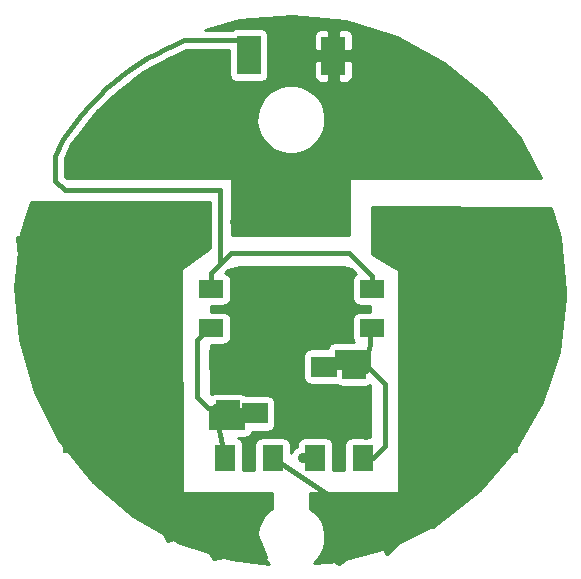
<source format=gtl>
%FSLAX34Y34*%
G04 Gerber Fmt 3.4, Leading zero omitted, Abs format*
G04 (created by PCBNEW (2014-jan-25)-product) date Wed 23 Sep 2015 02:14:26 PM EDT*
%MOIN*%
G01*
G70*
G90*
G04 APERTURE LIST*
%ADD10C,0.005906*%
%ADD11C,0.030000*%
%ADD12R,0.350000X0.420000*%
%ADD13R,0.120000X0.070000*%
%ADD14R,0.080000X0.130000*%
%ADD15R,0.170000X0.170000*%
%ADD16C,0.035000*%
%ADD17C,0.250000*%
%ADD18R,0.445000X0.094000*%
%ADD19R,0.086600X0.070900*%
%ADD20R,0.080000X0.060000*%
%ADD21R,0.070900X0.086600*%
%ADD22R,0.400000X0.094000*%
%ADD23C,0.016000*%
%ADD24C,0.032000*%
%ADD25C,0.024000*%
%ADD26C,0.010000*%
G04 APERTURE END LIST*
G54D10*
G54D11*
X33133Y-23403D03*
X33133Y-22203D03*
X33133Y-22603D03*
X33133Y-23003D03*
X33133Y-21803D03*
X33133Y-21403D03*
X33133Y-21003D03*
X32731Y-21000D03*
X32731Y-21400D03*
X32731Y-21800D03*
X32731Y-23000D03*
X32731Y-22600D03*
X32731Y-22200D03*
X32731Y-23400D03*
X30730Y-23400D03*
X32330Y-23400D03*
X31130Y-23400D03*
X31930Y-23400D03*
X31530Y-23400D03*
X30730Y-22200D03*
X32330Y-22200D03*
X31130Y-22200D03*
X31930Y-22200D03*
X31530Y-22200D03*
X31530Y-22600D03*
X31930Y-22600D03*
X31130Y-22600D03*
X32330Y-22600D03*
X30730Y-22600D03*
X31530Y-23000D03*
X31930Y-23000D03*
X31130Y-23000D03*
X32330Y-23000D03*
X30730Y-23000D03*
X30730Y-21800D03*
X32330Y-21800D03*
X31130Y-21800D03*
X31930Y-21800D03*
X31530Y-21800D03*
X30730Y-21400D03*
X32330Y-21400D03*
X31130Y-21400D03*
X31930Y-21400D03*
X31530Y-21400D03*
X31530Y-21000D03*
X31930Y-21000D03*
G54D12*
X31730Y-22200D03*
G54D13*
X27980Y-21200D03*
X27980Y-23200D03*
G54D11*
X31130Y-21000D03*
X32330Y-21000D03*
X30730Y-21000D03*
X18617Y-21000D03*
X18617Y-22200D03*
X18617Y-21800D03*
X18617Y-21400D03*
X18617Y-22600D03*
X18617Y-23000D03*
X18617Y-23400D03*
X19023Y-23400D03*
X19023Y-23000D03*
X19023Y-22600D03*
X19023Y-21400D03*
X19023Y-21800D03*
X19023Y-22200D03*
X19023Y-21000D03*
X21025Y-21000D03*
X19425Y-21000D03*
X20625Y-21000D03*
X19825Y-21000D03*
X20225Y-21000D03*
X21025Y-22200D03*
X19425Y-22200D03*
X20625Y-22200D03*
X19825Y-22200D03*
X20225Y-22200D03*
X20225Y-21800D03*
X19825Y-21800D03*
X20625Y-21800D03*
X19425Y-21800D03*
X21025Y-21800D03*
X20225Y-21400D03*
X19825Y-21400D03*
X20625Y-21400D03*
X19425Y-21400D03*
X21025Y-21400D03*
X21025Y-22600D03*
X19425Y-22600D03*
X20625Y-22600D03*
X19825Y-22600D03*
X20225Y-22600D03*
X21025Y-23000D03*
X19425Y-23000D03*
X20625Y-23000D03*
X19825Y-23000D03*
X20225Y-23000D03*
X20225Y-23400D03*
X19825Y-23400D03*
G54D12*
X20025Y-22200D03*
G54D13*
X23775Y-23200D03*
X23775Y-21200D03*
G54D11*
X20625Y-23400D03*
X19425Y-23400D03*
X21025Y-23400D03*
G54D14*
X27320Y-11070D03*
X24500Y-11050D03*
G54D15*
X26100Y-18900D03*
G54D16*
X25450Y-19550D03*
X25450Y-18250D03*
X26750Y-18250D03*
X26750Y-19550D03*
G54D17*
X33400Y-18900D03*
X18400Y-18900D03*
G54D18*
X21000Y-14290D03*
X21000Y-16910D03*
G54D19*
X24700Y-21410D03*
X24700Y-22990D03*
X27000Y-23010D03*
X27000Y-21430D03*
G54D20*
X28600Y-18850D03*
X28600Y-20150D03*
G54D21*
X28290Y-24475D03*
X26710Y-24475D03*
X23710Y-24470D03*
X25290Y-24470D03*
G54D20*
X23800Y-22850D03*
X23800Y-21550D03*
X28000Y-21550D03*
X28000Y-22850D03*
X23250Y-18850D03*
X23250Y-20150D03*
G54D18*
X30800Y-14290D03*
X30800Y-16910D03*
G54D22*
X25900Y-16600D03*
G54D16*
X24900Y-16600D03*
X24050Y-16600D03*
X26900Y-16600D03*
X27750Y-16600D03*
X28650Y-13500D03*
X29350Y-13500D03*
X30050Y-13500D03*
X30750Y-13500D03*
X31450Y-13500D03*
X32150Y-13500D03*
X32850Y-13500D03*
X23300Y-13500D03*
X22700Y-13500D03*
X22000Y-13500D03*
X21300Y-13500D03*
X20600Y-13500D03*
X19900Y-13500D03*
X19200Y-13500D03*
X28400Y-15000D03*
X33200Y-15000D03*
X32400Y-15000D03*
X31600Y-15000D03*
X30800Y-15000D03*
X30000Y-15000D03*
X29200Y-15000D03*
X18600Y-15000D03*
X23400Y-15000D03*
X22600Y-15000D03*
X21800Y-15000D03*
X21000Y-15000D03*
X20200Y-15000D03*
X19400Y-15000D03*
X23365Y-21950D03*
X24190Y-21950D03*
X24190Y-20855D03*
X23375Y-20860D03*
X27500Y-22450D03*
X28400Y-22450D03*
X28400Y-23700D03*
X27550Y-23700D03*
X26290Y-24480D03*
X17370Y-16150D03*
X18150Y-16150D03*
X18950Y-16150D03*
X19750Y-16150D03*
X20550Y-16150D03*
X21350Y-16150D03*
X22150Y-16150D03*
X23000Y-16100D03*
X17095Y-17315D03*
X16940Y-18350D03*
X16985Y-19560D03*
X17145Y-20595D03*
X17370Y-21500D03*
X17670Y-22340D03*
X18020Y-23150D03*
X18360Y-23820D03*
X18900Y-24480D03*
X19460Y-25090D03*
X20070Y-25690D03*
X20700Y-26205D03*
X21515Y-26640D03*
X22200Y-27075D03*
X23115Y-27435D03*
X23940Y-27660D03*
X24615Y-27570D03*
X24600Y-26700D03*
X24090Y-25860D03*
X25040Y-25840D03*
X23160Y-25875D03*
X22140Y-25770D03*
X22005Y-24735D03*
X22035Y-23805D03*
X22000Y-19690D03*
X21995Y-18780D03*
X22085Y-17890D03*
X22730Y-17550D03*
X23050Y-16870D03*
X30800Y-16910D03*
X28755Y-17025D03*
X29100Y-17760D03*
X29670Y-18195D03*
X29700Y-18900D03*
X29750Y-19775D03*
X29730Y-23710D03*
X29690Y-24740D03*
X29680Y-25750D03*
X28890Y-25780D03*
X28150Y-25790D03*
X27430Y-25800D03*
X26740Y-25820D03*
X27250Y-26680D03*
X27110Y-27700D03*
X28110Y-27510D03*
X28960Y-27290D03*
X29790Y-26940D03*
X30510Y-26550D03*
X31180Y-26110D03*
X31810Y-25600D03*
X32460Y-25000D03*
X33080Y-24270D03*
X29500Y-16270D03*
X30300Y-16270D03*
X31100Y-16270D03*
X31900Y-16270D03*
X32700Y-16270D03*
X33500Y-16270D03*
X34300Y-16270D03*
X34620Y-17060D03*
X34810Y-17910D03*
X34840Y-18840D03*
X34740Y-19950D03*
X34570Y-20940D03*
X34270Y-21860D03*
X33960Y-22710D03*
X33600Y-23530D03*
X28760Y-16270D03*
G54D23*
X30050Y-13500D02*
X29350Y-13500D01*
X31450Y-13500D02*
X30750Y-13500D01*
X32850Y-13500D02*
X32150Y-13500D01*
X22000Y-13500D02*
X22700Y-13500D01*
X20600Y-13500D02*
X21300Y-13500D01*
X19200Y-13500D02*
X19900Y-13500D01*
X21000Y-14290D02*
X21000Y-13800D01*
X21000Y-13800D02*
X21300Y-13500D01*
X30800Y-14290D02*
X30800Y-13550D01*
X30800Y-13550D02*
X30750Y-13500D01*
X30800Y-15000D02*
X30800Y-14290D01*
X21000Y-15000D02*
X21000Y-14290D01*
X33200Y-15000D02*
X32400Y-15000D01*
X30800Y-15000D02*
X31600Y-15000D01*
X29200Y-15000D02*
X30000Y-15000D01*
X21800Y-15000D02*
X22600Y-15000D01*
X20200Y-15000D02*
X21000Y-15000D01*
X19400Y-15000D02*
X18600Y-15000D01*
X23375Y-20860D02*
X23365Y-21950D01*
X23415Y-21100D02*
X23415Y-21200D01*
X24190Y-21950D02*
X23365Y-21950D01*
X23415Y-21100D02*
X24190Y-20855D01*
X28300Y-23190D02*
X28300Y-23240D01*
X28400Y-23700D02*
X28400Y-22450D01*
X28300Y-23240D02*
X27550Y-23700D01*
X28290Y-24475D02*
X28625Y-24475D01*
X28625Y-24475D02*
X29025Y-24075D01*
X28550Y-20700D02*
X28550Y-20175D01*
X28400Y-21140D02*
X28550Y-20700D01*
X28400Y-21540D02*
X28400Y-21140D01*
X28550Y-20175D02*
X28600Y-20150D01*
G54D24*
X28300Y-21190D02*
X27560Y-21210D01*
X27560Y-21210D02*
X27050Y-21430D01*
G54D23*
X27560Y-21210D02*
X27050Y-21430D01*
X29025Y-24075D02*
X29025Y-22025D01*
X28350Y-21490D02*
X28000Y-21190D01*
X28500Y-21490D02*
X28350Y-21490D01*
X29025Y-22025D02*
X28500Y-21490D01*
G54D25*
X28000Y-21190D02*
X28000Y-21140D01*
X28000Y-21140D02*
X28400Y-21540D01*
G54D23*
X28400Y-21540D02*
X28300Y-21190D01*
X23710Y-24470D02*
X23425Y-23230D01*
X23425Y-23230D02*
X23455Y-23200D01*
X23455Y-23200D02*
X23790Y-23200D01*
X23250Y-20150D02*
X23175Y-20150D01*
X23900Y-22800D02*
X23515Y-22850D01*
X23125Y-22800D02*
X23900Y-22800D01*
X22775Y-22450D02*
X23125Y-22800D01*
X22775Y-20550D02*
X22775Y-22450D01*
X23175Y-20150D02*
X22775Y-20550D01*
G54D24*
X23415Y-23200D02*
X23455Y-23200D01*
X23415Y-23200D02*
X23415Y-22850D01*
X23415Y-22850D02*
X23555Y-22990D01*
X23555Y-22990D02*
X24750Y-22990D01*
X23665Y-22990D02*
X23915Y-22990D01*
X23915Y-22990D02*
X24750Y-22990D01*
X23455Y-23200D02*
X23665Y-22990D01*
G54D23*
X23200Y-15550D02*
X23550Y-15550D01*
X23550Y-15870D02*
X23550Y-18000D01*
X23550Y-15550D02*
X23550Y-15870D01*
X24000Y-10550D02*
X24520Y-10560D01*
X22350Y-10550D02*
X24000Y-10550D01*
X22000Y-10700D02*
X22350Y-10550D01*
X21700Y-10850D02*
X22000Y-10700D01*
X21400Y-11000D02*
X21700Y-10850D01*
X21100Y-11150D02*
X21400Y-11000D01*
X20800Y-11350D02*
X21100Y-11150D01*
X20500Y-11550D02*
X20800Y-11350D01*
X20250Y-11750D02*
X20500Y-11550D01*
X20000Y-11950D02*
X20250Y-11750D01*
X19750Y-12150D02*
X20000Y-11950D01*
X19500Y-12400D02*
X19750Y-12150D01*
X19200Y-12700D02*
X19500Y-12400D01*
X18900Y-13050D02*
X19200Y-12700D01*
X18600Y-13450D02*
X18900Y-13050D01*
X18300Y-13850D02*
X18600Y-13450D01*
X18050Y-14400D02*
X18300Y-13850D01*
X18050Y-15230D02*
X18050Y-14400D01*
X18370Y-15550D02*
X18050Y-15230D01*
X23230Y-15550D02*
X23200Y-15550D01*
X23200Y-15550D02*
X18370Y-15550D01*
X28600Y-18850D02*
X28600Y-18400D01*
X23900Y-17650D02*
X23550Y-18000D01*
X27850Y-17650D02*
X23900Y-17650D01*
X28600Y-18400D02*
X27850Y-17650D01*
X23250Y-18300D02*
X23250Y-18850D01*
X23550Y-18000D02*
X23250Y-18300D01*
X26710Y-24475D02*
X26295Y-24475D01*
X26295Y-24475D02*
X26290Y-24480D01*
X19965Y-22200D02*
X19965Y-20750D01*
X19965Y-20750D02*
X18400Y-18900D01*
X26710Y-24475D02*
X26710Y-24435D01*
X19940Y-22175D02*
X19965Y-22200D01*
X21665Y-23900D02*
X19940Y-22175D01*
X17370Y-16150D02*
X17270Y-16250D01*
X21000Y-16910D02*
X22290Y-16910D01*
X18950Y-16150D02*
X18150Y-16150D01*
X20550Y-16150D02*
X19750Y-16150D01*
X22150Y-16150D02*
X21350Y-16150D01*
X22290Y-16910D02*
X23000Y-16100D01*
X18400Y-18900D02*
X19010Y-18900D01*
X19010Y-18900D02*
X21000Y-16910D01*
X23010Y-16910D02*
X21000Y-16910D01*
X17095Y-17315D02*
X16815Y-17130D01*
X16815Y-17130D02*
X16940Y-18350D01*
X16985Y-19560D02*
X17090Y-19665D01*
X17090Y-19665D02*
X17145Y-20595D01*
X17370Y-21500D02*
X17475Y-21915D01*
X17475Y-21915D02*
X17670Y-22340D01*
X18020Y-23150D02*
X18250Y-23590D01*
X18250Y-23590D02*
X18360Y-23820D01*
X18900Y-24480D02*
X19460Y-25040D01*
X19460Y-25040D02*
X19460Y-25090D01*
X20070Y-25690D02*
X20530Y-26205D01*
X20530Y-26205D02*
X20700Y-26205D01*
X21515Y-26640D02*
X21790Y-27220D01*
X21790Y-27220D02*
X22200Y-27075D01*
X23115Y-27435D02*
X23350Y-27800D01*
X23350Y-27800D02*
X23940Y-27660D01*
X24615Y-27570D02*
X25030Y-27790D01*
X25030Y-27790D02*
X24600Y-26700D01*
X24090Y-25860D02*
X25040Y-25840D01*
X23160Y-25875D02*
X22140Y-25770D01*
X22005Y-24735D02*
X21965Y-24695D01*
X21965Y-24695D02*
X22035Y-23805D01*
X22000Y-19690D02*
X21995Y-19685D01*
X21995Y-19685D02*
X21995Y-18780D01*
X22085Y-17890D02*
X22425Y-17550D01*
X22425Y-17550D02*
X22730Y-17550D01*
X23050Y-16870D02*
X23010Y-16910D01*
X31730Y-22200D02*
X31730Y-21620D01*
X31730Y-21620D02*
X29750Y-19775D01*
X28870Y-16910D02*
X30800Y-16910D01*
X28755Y-17025D02*
X28870Y-16910D01*
X29235Y-17760D02*
X29100Y-17760D01*
X29670Y-18195D02*
X29235Y-17760D01*
X29735Y-19760D02*
X29700Y-18900D01*
X29750Y-19775D02*
X29735Y-19760D01*
X29690Y-24740D02*
X29730Y-23710D01*
X28890Y-25780D02*
X29680Y-25750D01*
X27475Y-25755D02*
X28150Y-25790D01*
X27430Y-25800D02*
X27475Y-25755D01*
X27235Y-26665D02*
X26740Y-25820D01*
X27250Y-26680D02*
X27235Y-26665D01*
X27495Y-27960D02*
X27110Y-27700D01*
X28110Y-27510D02*
X27495Y-27960D01*
X29100Y-27630D02*
X28960Y-27290D01*
X29790Y-26940D02*
X29100Y-27630D01*
X30650Y-26750D02*
X30510Y-26550D01*
X31180Y-26110D02*
X30650Y-26750D01*
X31850Y-25600D02*
X31810Y-25600D01*
X32460Y-25000D02*
X31850Y-25600D01*
X33200Y-24155D02*
X33080Y-24270D01*
X29500Y-16270D02*
X30300Y-16270D01*
X31100Y-16270D02*
X31900Y-16270D01*
X32700Y-16270D02*
X33500Y-16270D01*
X34300Y-16270D02*
X34620Y-16980D01*
X34620Y-16980D02*
X34620Y-17060D01*
X34810Y-17910D02*
X34855Y-17955D01*
X34855Y-17955D02*
X34840Y-18840D01*
X34740Y-19950D02*
X34800Y-20055D01*
X34800Y-20055D02*
X34570Y-20940D01*
X34270Y-21860D02*
X33990Y-22375D01*
X33990Y-22375D02*
X33960Y-22710D01*
X33200Y-24155D02*
X33600Y-23530D01*
X25290Y-24470D02*
X25290Y-24480D01*
X25290Y-24480D02*
X27315Y-25805D01*
X31775Y-22165D02*
X31750Y-22190D01*
X31775Y-22715D02*
X31775Y-22165D01*
X31750Y-20840D02*
X33400Y-18900D01*
X31750Y-22540D02*
X31750Y-20840D01*
X25290Y-24675D02*
X25290Y-24690D01*
X32790Y-18900D02*
X31000Y-17110D01*
X33400Y-18900D02*
X32790Y-18900D01*
X31000Y-16710D02*
X30800Y-16910D01*
X30800Y-16910D02*
X31410Y-16910D01*
X31730Y-22905D02*
X33080Y-24270D01*
X31730Y-22200D02*
X31730Y-22905D01*
X30800Y-16570D02*
X31100Y-16270D01*
X30800Y-16910D02*
X30800Y-16570D01*
G54D10*
G36*
X25260Y-26167D02*
X25180Y-26219D01*
X25019Y-26377D01*
X24892Y-26563D01*
X24803Y-26770D01*
X24756Y-26991D01*
X24753Y-27216D01*
X24794Y-27438D01*
X24877Y-27648D01*
X24999Y-27837D01*
X25156Y-28000D01*
X25156Y-28000D01*
X23917Y-27852D01*
X22215Y-27299D01*
X20652Y-26426D01*
X19290Y-25266D01*
X18178Y-23864D01*
X17360Y-22272D01*
X16867Y-20552D01*
X16717Y-18768D01*
X16917Y-16990D01*
X17247Y-15950D01*
X23200Y-15950D01*
X23200Y-17474D01*
X22249Y-18174D01*
X22260Y-25640D01*
X25260Y-25640D01*
X25260Y-26167D01*
X25260Y-26167D01*
G37*
G54D26*
X25260Y-26167D02*
X25180Y-26219D01*
X25019Y-26377D01*
X24892Y-26563D01*
X24803Y-26770D01*
X24756Y-26991D01*
X24753Y-27216D01*
X24794Y-27438D01*
X24877Y-27648D01*
X24999Y-27837D01*
X25156Y-28000D01*
X25156Y-28000D01*
X23917Y-27852D01*
X22215Y-27299D01*
X20652Y-26426D01*
X19290Y-25266D01*
X18178Y-23864D01*
X17360Y-22272D01*
X16867Y-20552D01*
X16717Y-18768D01*
X16917Y-16990D01*
X17247Y-15950D01*
X23200Y-15950D01*
X23200Y-17474D01*
X22249Y-18174D01*
X22260Y-25640D01*
X25260Y-25640D01*
X25260Y-26167D01*
G54D10*
G36*
X35055Y-18897D02*
X35051Y-19153D01*
X34827Y-20928D01*
X34262Y-22626D01*
X33378Y-24182D01*
X32209Y-25537D01*
X30799Y-26638D01*
X29201Y-27445D01*
X27478Y-27926D01*
X26659Y-27990D01*
X26779Y-27875D01*
X26909Y-27690D01*
X27001Y-27484D01*
X27051Y-27264D01*
X27055Y-27007D01*
X27011Y-26786D01*
X26925Y-26577D01*
X26800Y-26389D01*
X26641Y-26229D01*
X26540Y-26161D01*
X26540Y-25640D01*
X29500Y-25640D01*
X29500Y-18221D01*
X28600Y-17671D01*
X28600Y-16100D01*
X34586Y-16141D01*
X34880Y-17116D01*
X35055Y-18897D01*
X35055Y-18897D01*
G37*
G54D26*
X35055Y-18897D02*
X35051Y-19153D01*
X34827Y-20928D01*
X34262Y-22626D01*
X33378Y-24182D01*
X32209Y-25537D01*
X30799Y-26638D01*
X29201Y-27445D01*
X27478Y-27926D01*
X26659Y-27990D01*
X26779Y-27875D01*
X26909Y-27690D01*
X27001Y-27484D01*
X27051Y-27264D01*
X27055Y-27007D01*
X27011Y-26786D01*
X26925Y-26577D01*
X26800Y-26389D01*
X26641Y-26229D01*
X26540Y-26161D01*
X26540Y-25640D01*
X29500Y-25640D01*
X29500Y-18221D01*
X28600Y-17671D01*
X28600Y-16100D01*
X34586Y-16141D01*
X34880Y-17116D01*
X35055Y-18897D01*
G54D10*
G36*
X34228Y-15150D02*
X27970Y-15150D01*
X27970Y-11744D01*
X27970Y-11695D01*
X27970Y-11282D01*
X27970Y-10857D01*
X27970Y-10444D01*
X27970Y-10395D01*
X27960Y-10347D01*
X27941Y-10301D01*
X27914Y-10260D01*
X27879Y-10225D01*
X27838Y-10198D01*
X27792Y-10179D01*
X27744Y-10170D01*
X27532Y-10170D01*
X27470Y-10232D01*
X27470Y-10920D01*
X27907Y-10920D01*
X27970Y-10857D01*
X27970Y-11282D01*
X27907Y-11220D01*
X27470Y-11220D01*
X27470Y-11907D01*
X27532Y-11970D01*
X27744Y-11970D01*
X27792Y-11960D01*
X27838Y-11941D01*
X27879Y-11914D01*
X27914Y-11879D01*
X27941Y-11838D01*
X27960Y-11792D01*
X27970Y-11744D01*
X27970Y-15150D01*
X27850Y-15150D01*
X27850Y-17050D01*
X27170Y-17050D01*
X27170Y-11907D01*
X27170Y-11220D01*
X27170Y-10920D01*
X27170Y-10232D01*
X27107Y-10170D01*
X26895Y-10170D01*
X26847Y-10179D01*
X26801Y-10198D01*
X26760Y-10225D01*
X26725Y-10260D01*
X26698Y-10301D01*
X26679Y-10347D01*
X26670Y-10395D01*
X26670Y-10444D01*
X26670Y-10857D01*
X26732Y-10920D01*
X27170Y-10920D01*
X27170Y-11220D01*
X26732Y-11220D01*
X26670Y-11282D01*
X26670Y-11695D01*
X26670Y-11744D01*
X26679Y-11792D01*
X26698Y-11838D01*
X26725Y-11879D01*
X26760Y-11914D01*
X26801Y-11941D01*
X26847Y-11960D01*
X26895Y-11970D01*
X27107Y-11970D01*
X27170Y-11907D01*
X27170Y-17050D01*
X27055Y-17050D01*
X27055Y-13072D01*
X27011Y-12851D01*
X26925Y-12642D01*
X26800Y-12454D01*
X26641Y-12294D01*
X26454Y-12168D01*
X26246Y-12081D01*
X26025Y-12035D01*
X25800Y-12034D01*
X25578Y-12076D01*
X25369Y-12160D01*
X25180Y-12284D01*
X25019Y-12442D01*
X24892Y-12628D01*
X24803Y-12835D01*
X24756Y-13056D01*
X24753Y-13281D01*
X24794Y-13503D01*
X24877Y-13713D01*
X24999Y-13902D01*
X25156Y-14065D01*
X25341Y-14193D01*
X25547Y-14284D01*
X25768Y-14332D01*
X25993Y-14337D01*
X26215Y-14297D01*
X26426Y-14216D01*
X26616Y-14095D01*
X26779Y-13940D01*
X26909Y-13755D01*
X27001Y-13549D01*
X27051Y-13329D01*
X27055Y-13072D01*
X27055Y-17050D01*
X23950Y-17050D01*
X23950Y-15150D01*
X18436Y-15150D01*
X18380Y-15093D01*
X18380Y-14471D01*
X18585Y-14019D01*
X18864Y-13648D01*
X19157Y-13256D01*
X19442Y-12924D01*
X19733Y-12633D01*
X19970Y-12396D01*
X20206Y-12207D01*
X20206Y-12207D01*
X20206Y-12207D01*
X20456Y-12007D01*
X20456Y-12007D01*
X20456Y-12007D01*
X20694Y-11816D01*
X20983Y-11624D01*
X21265Y-11435D01*
X21547Y-11295D01*
X21547Y-11295D01*
X21547Y-11295D01*
X21847Y-11145D01*
X21847Y-11145D01*
X21847Y-11145D01*
X22138Y-10999D01*
X22417Y-10880D01*
X23850Y-10880D01*
X23850Y-11724D01*
X23859Y-11772D01*
X23878Y-11818D01*
X23905Y-11859D01*
X23940Y-11894D01*
X23981Y-11921D01*
X24027Y-11940D01*
X24075Y-11950D01*
X24124Y-11950D01*
X24924Y-11950D01*
X24972Y-11940D01*
X25018Y-11921D01*
X25059Y-11894D01*
X25094Y-11859D01*
X25121Y-11818D01*
X25140Y-11772D01*
X25150Y-11724D01*
X25150Y-11675D01*
X25150Y-10375D01*
X25140Y-10327D01*
X25121Y-10281D01*
X25094Y-10240D01*
X25059Y-10205D01*
X25018Y-10178D01*
X24972Y-10159D01*
X24924Y-10150D01*
X24875Y-10150D01*
X24075Y-10150D01*
X24027Y-10159D01*
X23981Y-10178D01*
X23940Y-10205D01*
X23926Y-10220D01*
X23047Y-10220D01*
X24167Y-9890D01*
X25950Y-9727D01*
X27729Y-9914D01*
X29439Y-10444D01*
X31013Y-11295D01*
X32392Y-12436D01*
X33523Y-13822D01*
X34228Y-15150D01*
X34228Y-15150D01*
G37*
G54D26*
X34228Y-15150D02*
X27970Y-15150D01*
X27970Y-11744D01*
X27970Y-11695D01*
X27970Y-11282D01*
X27970Y-10857D01*
X27970Y-10444D01*
X27970Y-10395D01*
X27960Y-10347D01*
X27941Y-10301D01*
X27914Y-10260D01*
X27879Y-10225D01*
X27838Y-10198D01*
X27792Y-10179D01*
X27744Y-10170D01*
X27532Y-10170D01*
X27470Y-10232D01*
X27470Y-10920D01*
X27907Y-10920D01*
X27970Y-10857D01*
X27970Y-11282D01*
X27907Y-11220D01*
X27470Y-11220D01*
X27470Y-11907D01*
X27532Y-11970D01*
X27744Y-11970D01*
X27792Y-11960D01*
X27838Y-11941D01*
X27879Y-11914D01*
X27914Y-11879D01*
X27941Y-11838D01*
X27960Y-11792D01*
X27970Y-11744D01*
X27970Y-15150D01*
X27850Y-15150D01*
X27850Y-17050D01*
X27170Y-17050D01*
X27170Y-11907D01*
X27170Y-11220D01*
X27170Y-10920D01*
X27170Y-10232D01*
X27107Y-10170D01*
X26895Y-10170D01*
X26847Y-10179D01*
X26801Y-10198D01*
X26760Y-10225D01*
X26725Y-10260D01*
X26698Y-10301D01*
X26679Y-10347D01*
X26670Y-10395D01*
X26670Y-10444D01*
X26670Y-10857D01*
X26732Y-10920D01*
X27170Y-10920D01*
X27170Y-11220D01*
X26732Y-11220D01*
X26670Y-11282D01*
X26670Y-11695D01*
X26670Y-11744D01*
X26679Y-11792D01*
X26698Y-11838D01*
X26725Y-11879D01*
X26760Y-11914D01*
X26801Y-11941D01*
X26847Y-11960D01*
X26895Y-11970D01*
X27107Y-11970D01*
X27170Y-11907D01*
X27170Y-17050D01*
X27055Y-17050D01*
X27055Y-13072D01*
X27011Y-12851D01*
X26925Y-12642D01*
X26800Y-12454D01*
X26641Y-12294D01*
X26454Y-12168D01*
X26246Y-12081D01*
X26025Y-12035D01*
X25800Y-12034D01*
X25578Y-12076D01*
X25369Y-12160D01*
X25180Y-12284D01*
X25019Y-12442D01*
X24892Y-12628D01*
X24803Y-12835D01*
X24756Y-13056D01*
X24753Y-13281D01*
X24794Y-13503D01*
X24877Y-13713D01*
X24999Y-13902D01*
X25156Y-14065D01*
X25341Y-14193D01*
X25547Y-14284D01*
X25768Y-14332D01*
X25993Y-14337D01*
X26215Y-14297D01*
X26426Y-14216D01*
X26616Y-14095D01*
X26779Y-13940D01*
X26909Y-13755D01*
X27001Y-13549D01*
X27051Y-13329D01*
X27055Y-13072D01*
X27055Y-17050D01*
X23950Y-17050D01*
X23950Y-15150D01*
X18436Y-15150D01*
X18380Y-15093D01*
X18380Y-14471D01*
X18585Y-14019D01*
X18864Y-13648D01*
X19157Y-13256D01*
X19442Y-12924D01*
X19733Y-12633D01*
X19970Y-12396D01*
X20206Y-12207D01*
X20206Y-12207D01*
X20206Y-12207D01*
X20456Y-12007D01*
X20456Y-12007D01*
X20456Y-12007D01*
X20694Y-11816D01*
X20983Y-11624D01*
X21265Y-11435D01*
X21547Y-11295D01*
X21547Y-11295D01*
X21547Y-11295D01*
X21847Y-11145D01*
X21847Y-11145D01*
X21847Y-11145D01*
X22138Y-10999D01*
X22417Y-10880D01*
X23850Y-10880D01*
X23850Y-11724D01*
X23859Y-11772D01*
X23878Y-11818D01*
X23905Y-11859D01*
X23940Y-11894D01*
X23981Y-11921D01*
X24027Y-11940D01*
X24075Y-11950D01*
X24124Y-11950D01*
X24924Y-11950D01*
X24972Y-11940D01*
X25018Y-11921D01*
X25059Y-11894D01*
X25094Y-11859D01*
X25121Y-11818D01*
X25140Y-11772D01*
X25150Y-11724D01*
X25150Y-11675D01*
X25150Y-10375D01*
X25140Y-10327D01*
X25121Y-10281D01*
X25094Y-10240D01*
X25059Y-10205D01*
X25018Y-10178D01*
X24972Y-10159D01*
X24924Y-10150D01*
X24875Y-10150D01*
X24075Y-10150D01*
X24027Y-10159D01*
X23981Y-10178D01*
X23940Y-10205D01*
X23926Y-10220D01*
X23047Y-10220D01*
X24167Y-9890D01*
X25950Y-9727D01*
X27729Y-9914D01*
X29439Y-10444D01*
X31013Y-11295D01*
X32392Y-12436D01*
X33523Y-13822D01*
X34228Y-15150D01*
G54D10*
G36*
X28547Y-19400D02*
X28547Y-19600D01*
X28175Y-19600D01*
X28127Y-19609D01*
X28081Y-19628D01*
X28040Y-19655D01*
X28005Y-19690D01*
X27978Y-19731D01*
X27959Y-19777D01*
X27950Y-19825D01*
X27950Y-19874D01*
X27950Y-20474D01*
X27959Y-20522D01*
X27978Y-20568D01*
X27999Y-20600D01*
X27355Y-20600D01*
X27307Y-20609D01*
X27261Y-20628D01*
X27220Y-20655D01*
X27185Y-20690D01*
X27158Y-20731D01*
X27139Y-20777D01*
X27130Y-20825D01*
X27130Y-20825D01*
X26542Y-20825D01*
X26494Y-20835D01*
X26448Y-20853D01*
X26407Y-20881D01*
X26372Y-20916D01*
X26345Y-20957D01*
X26326Y-21002D01*
X26317Y-21050D01*
X26317Y-21100D01*
X26317Y-21809D01*
X26326Y-21857D01*
X26345Y-21902D01*
X26372Y-21943D01*
X26407Y-21978D01*
X26448Y-22006D01*
X26494Y-22024D01*
X26542Y-22034D01*
X26591Y-22034D01*
X27430Y-22034D01*
X27440Y-22044D01*
X27481Y-22071D01*
X27527Y-22090D01*
X27575Y-22100D01*
X27624Y-22100D01*
X28424Y-22100D01*
X28472Y-22090D01*
X28518Y-22071D01*
X28541Y-22056D01*
X28537Y-23792D01*
X27910Y-23792D01*
X27862Y-23801D01*
X27817Y-23820D01*
X27776Y-23847D01*
X27741Y-23882D01*
X27713Y-23923D01*
X27695Y-23969D01*
X27685Y-24017D01*
X27685Y-24066D01*
X27685Y-24860D01*
X27314Y-24860D01*
X27314Y-24017D01*
X27304Y-23969D01*
X27286Y-23923D01*
X27258Y-23882D01*
X27223Y-23847D01*
X27182Y-23820D01*
X27137Y-23801D01*
X27089Y-23792D01*
X27039Y-23792D01*
X26330Y-23792D01*
X26282Y-23801D01*
X26237Y-23820D01*
X26196Y-23847D01*
X26161Y-23882D01*
X26133Y-23923D01*
X26115Y-23969D01*
X26105Y-24017D01*
X26105Y-24066D01*
X26105Y-24096D01*
X26092Y-24101D01*
X26022Y-24147D01*
X25962Y-24205D01*
X25915Y-24274D01*
X25894Y-24323D01*
X25894Y-24012D01*
X25884Y-23964D01*
X25866Y-23918D01*
X25838Y-23877D01*
X25803Y-23842D01*
X25762Y-23815D01*
X25717Y-23796D01*
X25669Y-23787D01*
X25619Y-23787D01*
X24910Y-23787D01*
X24862Y-23796D01*
X24817Y-23815D01*
X24776Y-23842D01*
X24741Y-23877D01*
X24713Y-23918D01*
X24695Y-23964D01*
X24685Y-24012D01*
X24685Y-24061D01*
X24685Y-24860D01*
X24314Y-24860D01*
X24314Y-24012D01*
X24304Y-23964D01*
X24286Y-23918D01*
X24258Y-23877D01*
X24223Y-23842D01*
X24182Y-23815D01*
X24145Y-23800D01*
X24399Y-23800D01*
X24447Y-23790D01*
X24493Y-23771D01*
X24534Y-23744D01*
X24569Y-23709D01*
X24596Y-23668D01*
X24615Y-23622D01*
X24621Y-23594D01*
X25157Y-23594D01*
X25205Y-23584D01*
X25251Y-23566D01*
X25292Y-23538D01*
X25327Y-23503D01*
X25354Y-23462D01*
X25373Y-23417D01*
X25383Y-23369D01*
X25383Y-23319D01*
X25383Y-22610D01*
X25373Y-22562D01*
X25354Y-22517D01*
X25327Y-22476D01*
X25292Y-22441D01*
X25251Y-22413D01*
X25205Y-22395D01*
X25157Y-22385D01*
X25108Y-22385D01*
X24389Y-22385D01*
X24359Y-22355D01*
X24318Y-22328D01*
X24272Y-22309D01*
X24224Y-22300D01*
X24175Y-22300D01*
X23375Y-22300D01*
X23327Y-22309D01*
X23281Y-22328D01*
X23240Y-22355D01*
X23244Y-20700D01*
X23674Y-20700D01*
X23722Y-20690D01*
X23768Y-20671D01*
X23809Y-20644D01*
X23844Y-20609D01*
X23871Y-20568D01*
X23890Y-20522D01*
X23900Y-20474D01*
X23900Y-20425D01*
X23900Y-19825D01*
X23890Y-19777D01*
X23871Y-19731D01*
X23844Y-19690D01*
X23809Y-19655D01*
X23768Y-19628D01*
X23722Y-19609D01*
X23674Y-19600D01*
X23625Y-19600D01*
X23247Y-19600D01*
X23247Y-19400D01*
X23674Y-19400D01*
X23722Y-19390D01*
X23768Y-19371D01*
X23809Y-19344D01*
X23844Y-19309D01*
X23871Y-19268D01*
X23890Y-19222D01*
X23900Y-19174D01*
X23900Y-19125D01*
X23900Y-18525D01*
X23890Y-18477D01*
X23871Y-18431D01*
X23844Y-18390D01*
X23809Y-18355D01*
X23768Y-18328D01*
X23722Y-18309D01*
X23709Y-18306D01*
X23783Y-18233D01*
X23792Y-18224D01*
X24207Y-18100D01*
X27643Y-18100D01*
X27901Y-18167D01*
X28069Y-18336D01*
X28040Y-18355D01*
X28005Y-18390D01*
X27978Y-18431D01*
X27959Y-18477D01*
X27950Y-18525D01*
X27950Y-18574D01*
X27950Y-19174D01*
X27959Y-19222D01*
X27978Y-19268D01*
X28005Y-19309D01*
X28040Y-19344D01*
X28081Y-19371D01*
X28127Y-19390D01*
X28175Y-19400D01*
X28224Y-19400D01*
X28547Y-19400D01*
X28547Y-19400D01*
G37*
G54D26*
X28547Y-19400D02*
X28547Y-19600D01*
X28175Y-19600D01*
X28127Y-19609D01*
X28081Y-19628D01*
X28040Y-19655D01*
X28005Y-19690D01*
X27978Y-19731D01*
X27959Y-19777D01*
X27950Y-19825D01*
X27950Y-19874D01*
X27950Y-20474D01*
X27959Y-20522D01*
X27978Y-20568D01*
X27999Y-20600D01*
X27355Y-20600D01*
X27307Y-20609D01*
X27261Y-20628D01*
X27220Y-20655D01*
X27185Y-20690D01*
X27158Y-20731D01*
X27139Y-20777D01*
X27130Y-20825D01*
X27130Y-20825D01*
X26542Y-20825D01*
X26494Y-20835D01*
X26448Y-20853D01*
X26407Y-20881D01*
X26372Y-20916D01*
X26345Y-20957D01*
X26326Y-21002D01*
X26317Y-21050D01*
X26317Y-21100D01*
X26317Y-21809D01*
X26326Y-21857D01*
X26345Y-21902D01*
X26372Y-21943D01*
X26407Y-21978D01*
X26448Y-22006D01*
X26494Y-22024D01*
X26542Y-22034D01*
X26591Y-22034D01*
X27430Y-22034D01*
X27440Y-22044D01*
X27481Y-22071D01*
X27527Y-22090D01*
X27575Y-22100D01*
X27624Y-22100D01*
X28424Y-22100D01*
X28472Y-22090D01*
X28518Y-22071D01*
X28541Y-22056D01*
X28537Y-23792D01*
X27910Y-23792D01*
X27862Y-23801D01*
X27817Y-23820D01*
X27776Y-23847D01*
X27741Y-23882D01*
X27713Y-23923D01*
X27695Y-23969D01*
X27685Y-24017D01*
X27685Y-24066D01*
X27685Y-24860D01*
X27314Y-24860D01*
X27314Y-24017D01*
X27304Y-23969D01*
X27286Y-23923D01*
X27258Y-23882D01*
X27223Y-23847D01*
X27182Y-23820D01*
X27137Y-23801D01*
X27089Y-23792D01*
X27039Y-23792D01*
X26330Y-23792D01*
X26282Y-23801D01*
X26237Y-23820D01*
X26196Y-23847D01*
X26161Y-23882D01*
X26133Y-23923D01*
X26115Y-23969D01*
X26105Y-24017D01*
X26105Y-24066D01*
X26105Y-24096D01*
X26092Y-24101D01*
X26022Y-24147D01*
X25962Y-24205D01*
X25915Y-24274D01*
X25894Y-24323D01*
X25894Y-24012D01*
X25884Y-23964D01*
X25866Y-23918D01*
X25838Y-23877D01*
X25803Y-23842D01*
X25762Y-23815D01*
X25717Y-23796D01*
X25669Y-23787D01*
X25619Y-23787D01*
X24910Y-23787D01*
X24862Y-23796D01*
X24817Y-23815D01*
X24776Y-23842D01*
X24741Y-23877D01*
X24713Y-23918D01*
X24695Y-23964D01*
X24685Y-24012D01*
X24685Y-24061D01*
X24685Y-24860D01*
X24314Y-24860D01*
X24314Y-24012D01*
X24304Y-23964D01*
X24286Y-23918D01*
X24258Y-23877D01*
X24223Y-23842D01*
X24182Y-23815D01*
X24145Y-23800D01*
X24399Y-23800D01*
X24447Y-23790D01*
X24493Y-23771D01*
X24534Y-23744D01*
X24569Y-23709D01*
X24596Y-23668D01*
X24615Y-23622D01*
X24621Y-23594D01*
X25157Y-23594D01*
X25205Y-23584D01*
X25251Y-23566D01*
X25292Y-23538D01*
X25327Y-23503D01*
X25354Y-23462D01*
X25373Y-23417D01*
X25383Y-23369D01*
X25383Y-23319D01*
X25383Y-22610D01*
X25373Y-22562D01*
X25354Y-22517D01*
X25327Y-22476D01*
X25292Y-22441D01*
X25251Y-22413D01*
X25205Y-22395D01*
X25157Y-22385D01*
X25108Y-22385D01*
X24389Y-22385D01*
X24359Y-22355D01*
X24318Y-22328D01*
X24272Y-22309D01*
X24224Y-22300D01*
X24175Y-22300D01*
X23375Y-22300D01*
X23327Y-22309D01*
X23281Y-22328D01*
X23240Y-22355D01*
X23244Y-20700D01*
X23674Y-20700D01*
X23722Y-20690D01*
X23768Y-20671D01*
X23809Y-20644D01*
X23844Y-20609D01*
X23871Y-20568D01*
X23890Y-20522D01*
X23900Y-20474D01*
X23900Y-20425D01*
X23900Y-19825D01*
X23890Y-19777D01*
X23871Y-19731D01*
X23844Y-19690D01*
X23809Y-19655D01*
X23768Y-19628D01*
X23722Y-19609D01*
X23674Y-19600D01*
X23625Y-19600D01*
X23247Y-19600D01*
X23247Y-19400D01*
X23674Y-19400D01*
X23722Y-19390D01*
X23768Y-19371D01*
X23809Y-19344D01*
X23844Y-19309D01*
X23871Y-19268D01*
X23890Y-19222D01*
X23900Y-19174D01*
X23900Y-19125D01*
X23900Y-18525D01*
X23890Y-18477D01*
X23871Y-18431D01*
X23844Y-18390D01*
X23809Y-18355D01*
X23768Y-18328D01*
X23722Y-18309D01*
X23709Y-18306D01*
X23783Y-18233D01*
X23792Y-18224D01*
X24207Y-18100D01*
X27643Y-18100D01*
X27901Y-18167D01*
X28069Y-18336D01*
X28040Y-18355D01*
X28005Y-18390D01*
X27978Y-18431D01*
X27959Y-18477D01*
X27950Y-18525D01*
X27950Y-18574D01*
X27950Y-19174D01*
X27959Y-19222D01*
X27978Y-19268D01*
X28005Y-19309D01*
X28040Y-19344D01*
X28081Y-19371D01*
X28127Y-19390D01*
X28175Y-19400D01*
X28224Y-19400D01*
X28547Y-19400D01*
M02*

</source>
